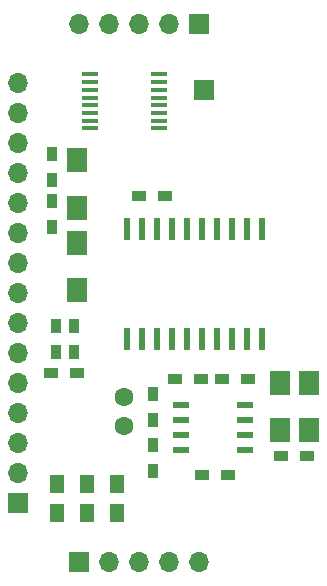
<source format=gts>
%TF.GenerationSoftware,KiCad,Pcbnew,(5.1.6-0-10_14)*%
%TF.CreationDate,2020-09-10T15:52:44+09:00*%
%TF.ProjectId,qPCR-photosensing,71504352-2d70-4686-9f74-6f73656e7369,rev?*%
%TF.SameCoordinates,Original*%
%TF.FileFunction,Soldermask,Top*%
%TF.FilePolarity,Negative*%
%FSLAX46Y46*%
G04 Gerber Fmt 4.6, Leading zero omitted, Abs format (unit mm)*
G04 Created by KiCad (PCBNEW (5.1.6-0-10_14)) date 2020-09-10 15:52:44*
%MOMM*%
%LPD*%
G01*
G04 APERTURE LIST*
%ADD10R,1.200000X0.900000*%
%ADD11R,1.700000X2.000000*%
%ADD12R,0.900000X1.200000*%
%ADD13C,1.600000*%
%ADD14O,1.700000X1.700000*%
%ADD15R,1.700000X1.700000*%
%ADD16R,0.558800X1.981200*%
%ADD17R,1.473200X0.355600*%
%ADD18R,1.460500X0.558800*%
%ADD19R,1.250000X1.500000*%
G04 APERTURE END LIST*
D10*
%TO.C,C1*%
X93000000Y-94000000D03*
X90800000Y-94000000D03*
%TD*%
%TO.C,C2*%
X100470800Y-79038200D03*
X98270800Y-79038200D03*
%TD*%
D11*
%TO.C,C3*%
X93000000Y-83000000D03*
X93000000Y-87000000D03*
%TD*%
D12*
%TO.C,C4*%
X99444300Y-102305000D03*
X99444300Y-100105000D03*
%TD*%
D11*
%TO.C,C5*%
X93000000Y-80000000D03*
X93000000Y-76000000D03*
%TD*%
D10*
%TO.C,C6*%
X105769000Y-102619000D03*
X103569000Y-102619000D03*
%TD*%
D13*
%TO.C,C7*%
X97000000Y-96000000D03*
X97000000Y-98500000D03*
%TD*%
D11*
%TO.C,C8*%
X110163000Y-98821500D03*
X110163000Y-94821500D03*
%TD*%
%TO.C,C9*%
X112652000Y-94821500D03*
X112652000Y-98821500D03*
%TD*%
D14*
%TO.C,J1*%
X88000000Y-69440000D03*
X88000000Y-71980000D03*
X88000000Y-74520000D03*
X88000000Y-77060000D03*
X88000000Y-79600000D03*
X88000000Y-82140000D03*
X88000000Y-84680000D03*
X88000000Y-87220000D03*
X88000000Y-89760000D03*
X88000000Y-92300000D03*
X88000000Y-94840000D03*
X88000000Y-97380000D03*
X88000000Y-99920000D03*
X88000000Y-102460000D03*
D15*
X88000000Y-105000000D03*
%TD*%
D14*
%TO.C,J3*%
X103298000Y-110000000D03*
X100758000Y-110000000D03*
X98218000Y-110000000D03*
X95678000Y-110000000D03*
D15*
X93138000Y-110000000D03*
%TD*%
%TO.C,J4*%
X103298000Y-64440000D03*
D14*
X100758000Y-64440000D03*
X98218000Y-64440000D03*
X95678000Y-64440000D03*
X93138000Y-64440000D03*
%TD*%
D12*
%TO.C,R1*%
X92765600Y-90000000D03*
X92765600Y-92200000D03*
%TD*%
%TO.C,R2*%
X91190800Y-90000000D03*
X91190800Y-92200000D03*
%TD*%
%TO.C,R3*%
X90875100Y-81657800D03*
X90875100Y-79457800D03*
%TD*%
%TO.C,R4*%
X90875100Y-77619200D03*
X90875100Y-75419200D03*
%TD*%
D10*
%TO.C,R5*%
X112500000Y-101044000D03*
X110300000Y-101044000D03*
%TD*%
D12*
%TO.C,R6*%
X99444300Y-95778900D03*
X99444300Y-97978900D03*
%TD*%
D10*
%TO.C,R7*%
X103491000Y-94465900D03*
X101291000Y-94465900D03*
%TD*%
%TO.C,R8*%
X107522000Y-94465900D03*
X105322000Y-94465900D03*
%TD*%
D16*
%TO.C,U1*%
X108685000Y-91141300D03*
X107415000Y-91141300D03*
X106145000Y-91141300D03*
X104875000Y-91141300D03*
X103605000Y-91141300D03*
X102335000Y-91141300D03*
X101065000Y-91141300D03*
X99795000Y-91141300D03*
X98525000Y-91141300D03*
X97255000Y-91141300D03*
X97255000Y-81768700D03*
X98525000Y-81768700D03*
X99795000Y-81768700D03*
X101065000Y-81768700D03*
X102335000Y-81768700D03*
X103605000Y-81768700D03*
X104875000Y-81768700D03*
X106145000Y-81768700D03*
X107415000Y-81768700D03*
X108685000Y-81768700D03*
%TD*%
D17*
%TO.C,U2*%
X94079000Y-73274999D03*
X94079000Y-72624998D03*
X94079000Y-71974999D03*
X94079000Y-71324998D03*
X94079000Y-70674999D03*
X94079000Y-70025001D03*
X94079000Y-69374999D03*
X94079000Y-68725001D03*
X99921000Y-68725001D03*
X99921000Y-69375002D03*
X99921000Y-70025001D03*
X99921000Y-70675002D03*
X99921000Y-71325001D03*
X99921000Y-71974999D03*
X99921000Y-72625001D03*
X99921000Y-73274999D03*
%TD*%
D18*
%TO.C,U3*%
X107248150Y-96701100D03*
X107248150Y-97971100D03*
X107248150Y-99241100D03*
X107248150Y-100511100D03*
X101799850Y-100511100D03*
X101799850Y-99241100D03*
X101799850Y-97971100D03*
X101799850Y-96701100D03*
%TD*%
D15*
%TO.C,J2*%
X103721000Y-70000000D03*
%TD*%
D19*
%TO.C,C10*%
X91313000Y-105873000D03*
X91313000Y-103373000D03*
%TD*%
%TO.C,C11*%
X93853000Y-103373000D03*
X93853000Y-105873000D03*
%TD*%
%TO.C,C12*%
X96393000Y-105873000D03*
X96393000Y-103373000D03*
%TD*%
M02*

</source>
